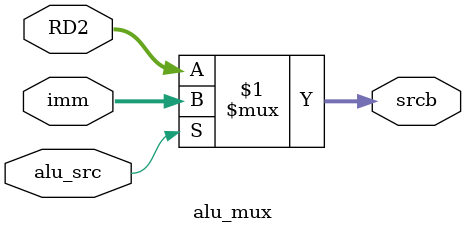
<source format=sv>
module alu(
    input  logic [31:0] RD1, srcb,
    input  logic [2:0]  ALUControl,
    output logic [31:0] alu_result,
    output logic zero
);

    always_comb
        case (ALUControl)
            3'b000: alu_result = RD1 + srcb;            // ADD
            3'b001: alu_result = RD1 - srcb;            // SUB
            3'b010: alu_result = RD1 & srcb;            // AND
            3'b011: alu_result = RD1 | srcb;            // OR
            3'b101: alu_result = (RD1 < srcb) ? 32'd1 : 32'd0; // SLT
            default: alu_result = 32'bx;
        endcase 

    assign zero = (RD1 == srcb) ? 1'b1 : 1'b0;  
endmodule

// MUX:  for ALU Side (RD2 or immediate)
module alu_mux(
    input  logic [31:0] RD2,    // register file output 
    input  logic [31:0] imm,    // immediate from imm_ext
    input  logic  alu_src,      // control: 0 -> RD2, 1 -> imm
    output logic [31:0] srcb    // ALU second operand 
);
    assign srcb = (alu_src) ? imm : RD2;
endmodule


</source>
